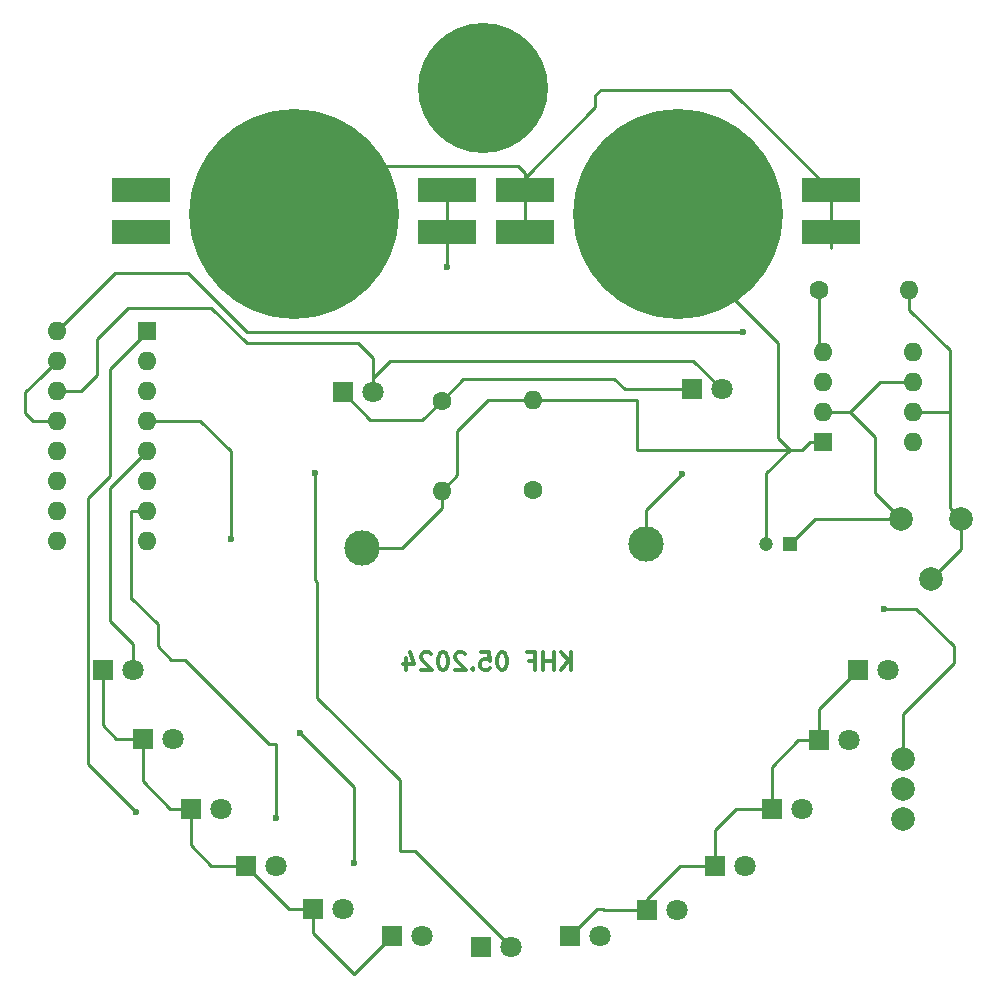
<source format=gbr>
%TF.GenerationSoftware,KiCad,Pcbnew,8.0.1*%
%TF.CreationDate,2024-05-08T14:34:23+02:00*%
%TF.ProjectId,Smiley,536d696c-6579-42e6-9b69-6361645f7063,rev?*%
%TF.SameCoordinates,Original*%
%TF.FileFunction,Copper,L2,Bot*%
%TF.FilePolarity,Positive*%
%FSLAX46Y46*%
G04 Gerber Fmt 4.6, Leading zero omitted, Abs format (unit mm)*
G04 Created by KiCad (PCBNEW 8.0.1) date 2024-05-08 14:34:23*
%MOMM*%
%LPD*%
G01*
G04 APERTURE LIST*
%ADD10C,0.300000*%
%TA.AperFunction,NonConductor*%
%ADD11C,0.300000*%
%TD*%
%TA.AperFunction,ComponentPad*%
%ADD12R,1.800000X1.800000*%
%TD*%
%TA.AperFunction,ComponentPad*%
%ADD13C,1.800000*%
%TD*%
%TA.AperFunction,SMDPad,CuDef*%
%ADD14C,3.000000*%
%TD*%
%TA.AperFunction,ComponentPad*%
%ADD15R,1.200000X1.200000*%
%TD*%
%TA.AperFunction,ComponentPad*%
%ADD16C,1.200000*%
%TD*%
%TA.AperFunction,ComponentPad*%
%ADD17C,1.600000*%
%TD*%
%TA.AperFunction,ComponentPad*%
%ADD18O,1.600000X1.600000*%
%TD*%
%TA.AperFunction,ComponentPad*%
%ADD19C,2.000000*%
%TD*%
%TA.AperFunction,ComponentPad*%
%ADD20R,1.600000X1.600000*%
%TD*%
%TA.AperFunction,SMDPad,CuDef*%
%ADD21C,11.000000*%
%TD*%
%TA.AperFunction,SMDPad,CuDef*%
%ADD22R,5.000000X2.000000*%
%TD*%
%TA.AperFunction,SMDPad,CuDef*%
%ADD23C,17.780000*%
%TD*%
%TA.AperFunction,ViaPad*%
%ADD24C,0.600000*%
%TD*%
%TA.AperFunction,Conductor*%
%ADD25C,0.250000*%
%TD*%
G04 APERTURE END LIST*
D10*
D11*
X164490489Y-98654828D02*
X164490489Y-97154828D01*
X163633346Y-98654828D02*
X164276203Y-97797685D01*
X163633346Y-97154828D02*
X164490489Y-98011971D01*
X162990489Y-98654828D02*
X162990489Y-97154828D01*
X162990489Y-97869114D02*
X162133346Y-97869114D01*
X162133346Y-98654828D02*
X162133346Y-97154828D01*
X160919060Y-97869114D02*
X161419060Y-97869114D01*
X161419060Y-98654828D02*
X161419060Y-97154828D01*
X161419060Y-97154828D02*
X160704774Y-97154828D01*
X158704774Y-97154828D02*
X158561917Y-97154828D01*
X158561917Y-97154828D02*
X158419060Y-97226257D01*
X158419060Y-97226257D02*
X158347632Y-97297685D01*
X158347632Y-97297685D02*
X158276203Y-97440542D01*
X158276203Y-97440542D02*
X158204774Y-97726257D01*
X158204774Y-97726257D02*
X158204774Y-98083400D01*
X158204774Y-98083400D02*
X158276203Y-98369114D01*
X158276203Y-98369114D02*
X158347632Y-98511971D01*
X158347632Y-98511971D02*
X158419060Y-98583400D01*
X158419060Y-98583400D02*
X158561917Y-98654828D01*
X158561917Y-98654828D02*
X158704774Y-98654828D01*
X158704774Y-98654828D02*
X158847632Y-98583400D01*
X158847632Y-98583400D02*
X158919060Y-98511971D01*
X158919060Y-98511971D02*
X158990489Y-98369114D01*
X158990489Y-98369114D02*
X159061917Y-98083400D01*
X159061917Y-98083400D02*
X159061917Y-97726257D01*
X159061917Y-97726257D02*
X158990489Y-97440542D01*
X158990489Y-97440542D02*
X158919060Y-97297685D01*
X158919060Y-97297685D02*
X158847632Y-97226257D01*
X158847632Y-97226257D02*
X158704774Y-97154828D01*
X156847632Y-97154828D02*
X157561918Y-97154828D01*
X157561918Y-97154828D02*
X157633346Y-97869114D01*
X157633346Y-97869114D02*
X157561918Y-97797685D01*
X157561918Y-97797685D02*
X157419061Y-97726257D01*
X157419061Y-97726257D02*
X157061918Y-97726257D01*
X157061918Y-97726257D02*
X156919061Y-97797685D01*
X156919061Y-97797685D02*
X156847632Y-97869114D01*
X156847632Y-97869114D02*
X156776203Y-98011971D01*
X156776203Y-98011971D02*
X156776203Y-98369114D01*
X156776203Y-98369114D02*
X156847632Y-98511971D01*
X156847632Y-98511971D02*
X156919061Y-98583400D01*
X156919061Y-98583400D02*
X157061918Y-98654828D01*
X157061918Y-98654828D02*
X157419061Y-98654828D01*
X157419061Y-98654828D02*
X157561918Y-98583400D01*
X157561918Y-98583400D02*
X157633346Y-98511971D01*
X156133347Y-98511971D02*
X156061918Y-98583400D01*
X156061918Y-98583400D02*
X156133347Y-98654828D01*
X156133347Y-98654828D02*
X156204775Y-98583400D01*
X156204775Y-98583400D02*
X156133347Y-98511971D01*
X156133347Y-98511971D02*
X156133347Y-98654828D01*
X155490489Y-97297685D02*
X155419061Y-97226257D01*
X155419061Y-97226257D02*
X155276204Y-97154828D01*
X155276204Y-97154828D02*
X154919061Y-97154828D01*
X154919061Y-97154828D02*
X154776204Y-97226257D01*
X154776204Y-97226257D02*
X154704775Y-97297685D01*
X154704775Y-97297685D02*
X154633346Y-97440542D01*
X154633346Y-97440542D02*
X154633346Y-97583400D01*
X154633346Y-97583400D02*
X154704775Y-97797685D01*
X154704775Y-97797685D02*
X155561918Y-98654828D01*
X155561918Y-98654828D02*
X154633346Y-98654828D01*
X153704775Y-97154828D02*
X153561918Y-97154828D01*
X153561918Y-97154828D02*
X153419061Y-97226257D01*
X153419061Y-97226257D02*
X153347633Y-97297685D01*
X153347633Y-97297685D02*
X153276204Y-97440542D01*
X153276204Y-97440542D02*
X153204775Y-97726257D01*
X153204775Y-97726257D02*
X153204775Y-98083400D01*
X153204775Y-98083400D02*
X153276204Y-98369114D01*
X153276204Y-98369114D02*
X153347633Y-98511971D01*
X153347633Y-98511971D02*
X153419061Y-98583400D01*
X153419061Y-98583400D02*
X153561918Y-98654828D01*
X153561918Y-98654828D02*
X153704775Y-98654828D01*
X153704775Y-98654828D02*
X153847633Y-98583400D01*
X153847633Y-98583400D02*
X153919061Y-98511971D01*
X153919061Y-98511971D02*
X153990490Y-98369114D01*
X153990490Y-98369114D02*
X154061918Y-98083400D01*
X154061918Y-98083400D02*
X154061918Y-97726257D01*
X154061918Y-97726257D02*
X153990490Y-97440542D01*
X153990490Y-97440542D02*
X153919061Y-97297685D01*
X153919061Y-97297685D02*
X153847633Y-97226257D01*
X153847633Y-97226257D02*
X153704775Y-97154828D01*
X152633347Y-97297685D02*
X152561919Y-97226257D01*
X152561919Y-97226257D02*
X152419062Y-97154828D01*
X152419062Y-97154828D02*
X152061919Y-97154828D01*
X152061919Y-97154828D02*
X151919062Y-97226257D01*
X151919062Y-97226257D02*
X151847633Y-97297685D01*
X151847633Y-97297685D02*
X151776204Y-97440542D01*
X151776204Y-97440542D02*
X151776204Y-97583400D01*
X151776204Y-97583400D02*
X151847633Y-97797685D01*
X151847633Y-97797685D02*
X152704776Y-98654828D01*
X152704776Y-98654828D02*
X151776204Y-98654828D01*
X150490491Y-97654828D02*
X150490491Y-98654828D01*
X150847633Y-97083400D02*
X151204776Y-98154828D01*
X151204776Y-98154828D02*
X150276205Y-98154828D01*
D12*
%TO.P,D1,1*%
%TO.N,Net-(D2-Pad1)*%
X156858600Y-122139100D03*
D13*
%TO.P,D1,2*%
%TO.N,Net-(D1-Pad2)*%
X159398600Y-122139100D03*
%TD*%
D12*
%TO.P,D2,1*%
%TO.N,Net-(D2-Pad1)*%
X164348600Y-121189100D03*
D13*
%TO.P,D2,2*%
%TO.N,Net-(D2-Pad2)*%
X166888600Y-121189100D03*
%TD*%
D12*
%TO.P,D3,1*%
%TO.N,Net-(D2-Pad1)*%
X170938600Y-118929100D03*
D13*
%TO.P,D3,2*%
%TO.N,Net-(D3-Pad2)*%
X173478600Y-118929100D03*
%TD*%
D12*
%TO.P,D4,1*%
%TO.N,Net-(D2-Pad1)*%
X176668600Y-115279100D03*
D13*
%TO.P,D4,2*%
%TO.N,Net-(D4-Pad2)*%
X179208600Y-115279100D03*
%TD*%
D12*
%TO.P,D5,1*%
%TO.N,Net-(D2-Pad1)*%
X181448600Y-110399100D03*
D13*
%TO.P,D5,2*%
%TO.N,Net-(D5-Pad2)*%
X183988600Y-110399100D03*
%TD*%
D12*
%TO.P,D6,1*%
%TO.N,Net-(D2-Pad1)*%
X185476600Y-104592100D03*
D13*
%TO.P,D6,2*%
%TO.N,Net-(D6-Pad2)*%
X188016600Y-104592100D03*
%TD*%
D12*
%TO.P,D7,1*%
%TO.N,Net-(D2-Pad1)*%
X188758600Y-98623100D03*
D13*
%TO.P,D7,2*%
%TO.N,Net-(D7-Pad2)*%
X191298600Y-98623100D03*
%TD*%
D12*
%TO.P,D8,1*%
%TO.N,Net-(D8-Pad1)*%
X174681600Y-74874100D03*
D13*
%TO.P,D8,2*%
%TO.N,Net-(U2-Pad3)*%
X177221600Y-74874100D03*
%TD*%
D12*
%TO.P,D22,1*%
%TO.N,Net-(D2-Pad1)*%
X149278600Y-121189100D03*
D13*
%TO.P,D22,2*%
%TO.N,Net-(D2-Pad2)*%
X151818600Y-121189100D03*
%TD*%
D12*
%TO.P,D33,1*%
%TO.N,Net-(D2-Pad1)*%
X142638600Y-118889100D03*
D13*
%TO.P,D33,2*%
%TO.N,Net-(D3-Pad2)*%
X145178600Y-118889100D03*
%TD*%
D12*
%TO.P,D44,1*%
%TO.N,Net-(D2-Pad1)*%
X136948600Y-115229100D03*
D13*
%TO.P,D44,2*%
%TO.N,Net-(D4-Pad2)*%
X139488600Y-115229100D03*
%TD*%
D12*
%TO.P,D55,1*%
%TO.N,Net-(D2-Pad1)*%
X132258600Y-110399100D03*
D13*
%TO.P,D55,2*%
%TO.N,Net-(D5-Pad2)*%
X134798600Y-110399100D03*
%TD*%
D12*
%TO.P,D66,1*%
%TO.N,Net-(D2-Pad1)*%
X128198600Y-104489100D03*
D13*
%TO.P,D66,2*%
%TO.N,Net-(D6-Pad2)*%
X130738600Y-104489100D03*
%TD*%
D12*
%TO.P,D77,1*%
%TO.N,Net-(D2-Pad1)*%
X124808600Y-98669100D03*
D13*
%TO.P,D77,2*%
%TO.N,Net-(D7-Pad2)*%
X127348600Y-98669100D03*
%TD*%
D12*
%TO.P,D88,1*%
%TO.N,Net-(D8-Pad1)*%
X145148600Y-75139100D03*
D13*
%TO.P,D88,2*%
%TO.N,Net-(U2-Pad3)*%
X147688600Y-75139100D03*
%TD*%
D14*
%TO.P,,1*%
%TO.N,Net-(C1-Pad2)*%
X146800000Y-88300000D03*
%TD*%
D15*
%TO.P,C1,1*%
%TO.N,Net-(C1-Pad1)*%
X183000000Y-88000000D03*
D16*
%TO.P,C1,2*%
%TO.N,Net-(C1-Pad2)*%
X181000000Y-88000000D03*
%TD*%
D17*
%TO.P,R1,1*%
%TO.N,Net-(C3-Pad1)*%
X185500000Y-66500000D03*
D18*
%TO.P,R1,2*%
%TO.N,Net-(P1-Pad1)*%
X193120000Y-66500000D03*
%TD*%
D17*
%TO.P,Ra,1*%
%TO.N,Net-(D8-Pad1)*%
X153508600Y-75859100D03*
D18*
%TO.P,Ra,2*%
%TO.N,Net-(C1-Pad2)*%
X153508600Y-83479100D03*
%TD*%
D17*
%TO.P,Rm,1*%
%TO.N,Net-(D2-Pad1)*%
X161219600Y-83446600D03*
D18*
%TO.P,Rm,2*%
%TO.N,Net-(C1-Pad2)*%
X161219600Y-75826600D03*
%TD*%
D19*
%TO.P,S1,1*%
%TO.N,Net-(S1-Pad1)*%
X192588600Y-111299100D03*
%TO.P,S1,2*%
%TO.N,Net-(C3-Pad1)*%
X192588600Y-108759100D03*
%TO.P,S1,3*%
%TO.N,Net-(S1-Pad3)*%
X192588600Y-106219100D03*
%TD*%
D20*
%TO.P,NE555,1*%
%TO.N,Net-(C1-Pad2)*%
X185813700Y-79298800D03*
D18*
%TO.P,NE555,2*%
%TO.N,Net-(C1-Pad1)*%
X185813700Y-76758800D03*
%TO.P,NE555,3*%
%TO.N,Net-(U2-Pad3)*%
X185813700Y-74218800D03*
%TO.P,NE555,4*%
%TO.N,Net-(C3-Pad1)*%
X185813700Y-71678800D03*
%TO.P,NE555,5*%
%TO.N,Net-(C2-Pad1)*%
X193433700Y-71678800D03*
%TO.P,NE555,6*%
%TO.N,Net-(C1-Pad1)*%
X193433700Y-74218800D03*
%TO.P,NE555,7*%
%TO.N,Net-(P1-Pad1)*%
X193433700Y-76758800D03*
%TO.P,NE555,8*%
%TO.N,Net-(C3-Pad1)*%
X193433700Y-79298800D03*
%TD*%
D20*
%TO.P,CD4017,1*%
%TO.N,Net-(D6-Pad2)*%
X128580600Y-69921100D03*
D18*
%TO.P,CD4017,2*%
%TO.N,Net-(D2-Pad2)*%
X128580600Y-72461100D03*
%TO.P,CD4017,3*%
%TO.N,Net-(D1-Pad2)*%
X128580600Y-75001100D03*
%TO.P,CD4017,4*%
%TO.N,Net-(D3-Pad2)*%
X128580600Y-77541100D03*
%TO.P,CD4017,5*%
%TO.N,Net-(D7-Pad2)*%
X128580600Y-80081100D03*
%TO.P,CD4017,6*%
%TO.N,Net-(U3-Pad6)*%
X128580600Y-82621100D03*
%TO.P,CD4017,7*%
%TO.N,Net-(D4-Pad2)*%
X128580600Y-85161100D03*
%TO.P,CD4017,8*%
%TO.N,Net-(C1-Pad2)*%
X128580600Y-87701100D03*
%TO.P,CD4017,9*%
%TO.N,Net-(U3-Pad9)*%
X120960600Y-87701100D03*
%TO.P,CD4017,10*%
%TO.N,Net-(D5-Pad2)*%
X120960600Y-85161100D03*
%TO.P,CD4017,11*%
%TO.N,Net-(U3-Pad11)*%
X120960600Y-82621100D03*
%TO.P,CD4017,12*%
%TO.N,Net-(U3-Pad12)*%
X120960600Y-80081100D03*
%TO.P,CD4017,13*%
%TO.N,Net-(C1-Pad2)*%
X120960600Y-77541100D03*
%TO.P,CD4017,14*%
%TO.N,Net-(U2-Pad3)*%
X120960600Y-75001100D03*
%TO.P,CD4017,15*%
%TO.N,Net-(C1-Pad2)*%
X120960600Y-72461100D03*
%TO.P,CD4017,16*%
%TO.N,Net-(C3-Pad1)*%
X120960600Y-69921100D03*
%TD*%
D21*
%TO.P,LP,1*%
%TO.N,N/C*%
X157000000Y-49379100D03*
%TD*%
D19*
%TO.P,REF\u002A\u002A,1*%
%TO.N,Net-(P1-Pad1)*%
X197497700Y-85864700D03*
%TO.P,REF\u002A\u002A,2*%
%TO.N,Net-(C1-Pad1)*%
X192417700Y-85864700D03*
%TO.P,REF\u002A\u002A,3*%
%TO.N,Net-(P1-Pad1)*%
X194957700Y-90944700D03*
%TD*%
D22*
%TO.P,BAT-HLD-002,1*%
%TO.N,N/C*%
X128046000Y-57968000D03*
X128046000Y-61524000D03*
%TO.N,Net-(S1-Pad3)*%
X153940000Y-57968000D03*
X153940000Y-61524000D03*
D23*
%TO.P,BAT-HLD-002,2*%
%TO.N,Net-(C1-Pad1)*%
X141000000Y-60000000D03*
%TD*%
D22*
%TO.P,BAT-HLD-002,1*%
%TO.N,Net-(C1-Pad1)*%
X160546000Y-57968000D03*
X160546000Y-61524000D03*
X186440000Y-57968000D03*
X186440000Y-61524000D03*
D23*
%TO.P,BAT-HLD-002,2*%
%TO.N,Net-(C1-Pad2)*%
X173500000Y-60000000D03*
%TD*%
D14*
%TO.P,Q,1*%
%TO.N,Net-(U2-Pad3)*%
X170850000Y-87950000D03*
%TD*%
D24*
%TO.N,Net-(C3-Pad1)*%
X179000000Y-70000000D03*
%TO.N,Net-(D1-Pad2)*%
X142790000Y-81970000D03*
%TO.N,Net-(D3-Pad2)*%
X135690000Y-87550000D03*
X146120000Y-115010000D03*
X141520000Y-103960000D03*
%TO.N,Net-(D4-Pad2)*%
X139530000Y-111170000D03*
%TO.N,Net-(D6-Pad2)*%
X127608600Y-110649100D03*
%TO.N,Net-(S1-Pad3)*%
X190950000Y-93440000D03*
X154000000Y-64500000D03*
%TO.N,Net-(U2-Pad3)*%
X173900000Y-82050000D03*
%TD*%
D25*
%TO.N,Net-(C1-Pad1)*%
X192417700Y-85864700D02*
X185135300Y-85864700D01*
X190246000Y-83693000D02*
X190246000Y-78879700D01*
X186440000Y-57968000D02*
X177972000Y-49500000D01*
X145000000Y-56000000D02*
X160000000Y-56000000D01*
X160546000Y-56546000D02*
X160546000Y-57968000D01*
X192417700Y-85864700D02*
X190246000Y-83693000D01*
X185813700Y-76758800D02*
X187096400Y-76758800D01*
X191000000Y-74218800D02*
X193433700Y-74218800D01*
X190246000Y-78879700D02*
X188125100Y-76758800D01*
X188125100Y-76758800D02*
X190665100Y-74218800D01*
X166500000Y-50000000D02*
X166500000Y-51000000D01*
X166500000Y-51000000D02*
X160546000Y-56954000D01*
X187096400Y-76758800D02*
X188125100Y-76758800D01*
X167000000Y-49500000D02*
X166500000Y-50000000D01*
X185135300Y-85864700D02*
X183000000Y-88000000D01*
X186440000Y-61524000D02*
X186440000Y-62940000D01*
X160546000Y-56954000D02*
X160546000Y-57968000D01*
X160546000Y-57968000D02*
X160546000Y-61524000D01*
X186440000Y-57968000D02*
X186440000Y-61524000D01*
X177972000Y-49500000D02*
X167000000Y-49500000D01*
X160000000Y-56000000D02*
X160546000Y-56546000D01*
X141000000Y-60000000D02*
X145000000Y-56000000D01*
X190665100Y-74218800D02*
X191000000Y-74218800D01*
%TO.N,Net-(C1-Pad2)*%
X170056600Y-75826600D02*
X170056600Y-80000000D01*
X118258600Y-75109100D02*
X118258600Y-76849100D01*
X157409600Y-75826600D02*
X161219600Y-75826600D01*
X154848600Y-82139100D02*
X153508600Y-83479100D01*
X173500000Y-62500000D02*
X182000000Y-71000000D01*
X181000000Y-88000000D02*
X181000000Y-82000000D01*
X118258600Y-76849100D02*
X118950600Y-77541100D01*
X150150000Y-88300000D02*
X153508600Y-84941400D01*
X154848600Y-78387600D02*
X154848600Y-82139100D01*
X119638600Y-73729100D02*
X118258600Y-75109100D01*
X170056600Y-80000000D02*
X183000000Y-80000000D01*
X157409600Y-75826600D02*
X154848600Y-78387600D01*
X118950600Y-77541100D02*
X120960600Y-77541100D01*
X183000000Y-80000000D02*
X184000000Y-80000000D01*
X184701200Y-79298800D02*
X185813700Y-79298800D01*
X184000000Y-80000000D02*
X184701200Y-79298800D01*
X181000000Y-82000000D02*
X183000000Y-80000000D01*
X173500000Y-60000000D02*
X173500000Y-62500000D01*
X182000000Y-79000000D02*
X183000000Y-80000000D01*
X161219600Y-75826600D02*
X170056600Y-75826600D01*
X153508600Y-84941400D02*
X153508600Y-83479100D01*
X120960600Y-72461100D02*
X119692600Y-73729100D01*
X119692600Y-73729100D02*
X119638600Y-73729100D01*
X146800000Y-88300000D02*
X150150000Y-88300000D01*
X182000000Y-71000000D02*
X182000000Y-79000000D01*
%TO.N,Net-(C3-Pad1)*%
X120960600Y-69921100D02*
X125881700Y-65000000D01*
X125881700Y-65000000D02*
X126000000Y-65000000D01*
X185500000Y-66500000D02*
X185500000Y-71365100D01*
X126000000Y-65000000D02*
X132000000Y-65000000D01*
X132000000Y-65000000D02*
X137000000Y-70000000D01*
X185500000Y-71365100D02*
X185813700Y-71678800D01*
X137000000Y-70000000D02*
X179000000Y-70000000D01*
%TO.N,Net-(D1-Pad2)*%
X150000000Y-108000000D02*
X143000000Y-101000000D01*
X142810000Y-81990000D02*
X142790000Y-81970000D01*
X150000000Y-114000000D02*
X150000000Y-108000000D01*
X159398600Y-122139100D02*
X151259500Y-114000000D01*
X143000000Y-101000000D02*
X143000000Y-91210000D01*
X142790000Y-81970000D02*
X142790000Y-91000000D01*
X151259500Y-114000000D02*
X150000000Y-114000000D01*
X143000000Y-91210000D02*
X142790000Y-91000000D01*
%TO.N,Net-(D2-Pad1)*%
X176668600Y-115279100D02*
X173668600Y-115279100D01*
X181448600Y-110399100D02*
X178468600Y-110399100D01*
X128198600Y-104489100D02*
X125978600Y-104489100D01*
X167198600Y-118889100D02*
X166648600Y-118889100D01*
X146108600Y-124359100D02*
X149278600Y-121189100D01*
X128198600Y-108059100D02*
X128198600Y-104489100D01*
X170938600Y-118009100D02*
X170938600Y-118929100D01*
X124808600Y-103319100D02*
X124808600Y-98669100D01*
X188758600Y-98623100D02*
X188758600Y-98679100D01*
X183705600Y-104592100D02*
X181448600Y-106849100D01*
X136948600Y-115229100D02*
X134028600Y-115229100D01*
X132258600Y-113459100D02*
X132258600Y-110399100D01*
X142638600Y-120889100D02*
X146108600Y-124359100D01*
X185476600Y-101961100D02*
X185476600Y-104592100D01*
X125978600Y-104489100D02*
X124808600Y-103319100D01*
X178468600Y-110399100D02*
X176668600Y-112199100D01*
X167238600Y-118929100D02*
X167198600Y-118889100D01*
X142638600Y-118889100D02*
X140608600Y-118889100D01*
X140608600Y-118889100D02*
X136948600Y-115229100D01*
X134028600Y-115229100D02*
X132258600Y-113459100D01*
X185476600Y-104592100D02*
X183705600Y-104592100D01*
X181448600Y-106849100D02*
X181448600Y-110399100D01*
X166648600Y-118889100D02*
X164348600Y-121189100D01*
X130538600Y-110399100D02*
X128198600Y-108059100D01*
X170938600Y-118929100D02*
X167238600Y-118929100D01*
X176668600Y-112199100D02*
X176668600Y-115279100D01*
X188758600Y-98679100D02*
X185476600Y-101961100D01*
X132258600Y-110399100D02*
X130538600Y-110399100D01*
X142638600Y-118889100D02*
X142638600Y-120889100D01*
X173668600Y-115279100D02*
X170938600Y-118009100D01*
%TO.N,Net-(D3-Pad2)*%
X146120000Y-115010000D02*
X146120000Y-108560000D01*
X135690000Y-80132200D02*
X133098900Y-77541100D01*
X135690000Y-87550000D02*
X135690000Y-80132200D01*
X133098900Y-77541100D02*
X128580600Y-77541100D01*
X146120000Y-108560000D02*
X141520000Y-103960000D01*
%TO.N,Net-(D4-Pad2)*%
X129470000Y-96640000D02*
X129470000Y-94756800D01*
X130640000Y-97810000D02*
X129470000Y-96640000D01*
X131790000Y-97810000D02*
X130640000Y-97810000D01*
X128580600Y-85161100D02*
X127236600Y-85161100D01*
X127236600Y-92523400D02*
X127236600Y-92656600D01*
X139530000Y-104950000D02*
X139530000Y-111170000D01*
X139530000Y-104950000D02*
X138930000Y-104950000D01*
X129470000Y-94756800D02*
X127236600Y-92523400D01*
X127236600Y-85161100D02*
X127236600Y-92523400D01*
X138930000Y-104950000D02*
X131790000Y-97810000D01*
%TO.N,Net-(D6-Pad2)*%
X123583599Y-106624099D02*
X127608600Y-110649100D01*
X128126600Y-70487510D02*
X125438600Y-73175510D01*
X125438600Y-82239100D02*
X123583599Y-84094101D01*
X125438600Y-73175510D02*
X125438600Y-82239100D01*
X128580600Y-69921100D02*
X128126600Y-69921100D01*
X123583599Y-84094101D02*
X123583599Y-106624099D01*
X128126600Y-69921100D02*
X128126600Y-70487510D01*
%TO.N,Net-(D7-Pad2)*%
X128580600Y-80081100D02*
X125418600Y-83243100D01*
X125418600Y-83243100D02*
X125418600Y-94529100D01*
X125418600Y-94529100D02*
X127348600Y-96459100D01*
X127348600Y-96459100D02*
X127348600Y-98669100D01*
%TO.N,Net-(D8-Pad1)*%
X174681600Y-74874100D02*
X169013600Y-74874100D01*
X169013600Y-74874100D02*
X168148600Y-74009100D01*
X148428600Y-77479100D02*
X147488600Y-77479100D01*
X168148600Y-74009100D02*
X155358600Y-74009100D01*
X147488600Y-77479100D02*
X145148600Y-75139100D01*
X153508600Y-75859100D02*
X151888600Y-77479100D01*
X151888600Y-77479100D02*
X148428600Y-77479100D01*
X148428600Y-77479100D02*
X148038600Y-77479100D01*
X155358600Y-74009100D02*
X153508600Y-75859100D01*
%TO.N,Net-(S1-Pad3)*%
X192588600Y-106219100D02*
X192588600Y-102331400D01*
X154000000Y-64000000D02*
X153940000Y-63940000D01*
X196880000Y-96630000D02*
X193690000Y-93440000D01*
X153940000Y-63940000D02*
X153940000Y-61524000D01*
X154000000Y-64500000D02*
X154000000Y-64000000D01*
X193690000Y-93440000D02*
X190950000Y-93440000D01*
X153940000Y-61524000D02*
X153940000Y-57968000D01*
X196880000Y-98040000D02*
X196880000Y-96630000D01*
X192588600Y-102331400D02*
X196880000Y-98040000D01*
%TO.N,Net-(U2-Pad3)*%
X174816600Y-72469100D02*
X151428600Y-72469100D01*
X147688600Y-75139100D02*
X147688600Y-72264300D01*
X124338600Y-70629100D02*
X124370900Y-70629100D01*
X170850000Y-85100000D02*
X170850000Y-87950000D01*
X134000000Y-68000000D02*
X137000000Y-71000000D01*
X137000000Y-71000000D02*
X146424300Y-71000000D01*
X149158600Y-72469100D02*
X147688600Y-73939100D01*
X127000000Y-68000000D02*
X134000000Y-68000000D01*
X124370900Y-70629100D02*
X127000000Y-68000000D01*
X124338600Y-70629100D02*
X124338600Y-73639100D01*
X124338600Y-73639100D02*
X122976600Y-75001100D01*
X151428600Y-72469100D02*
X149158600Y-72469100D01*
X177221600Y-74874100D02*
X174816600Y-72469100D01*
X173900000Y-82050000D02*
X170850000Y-85100000D01*
X146424300Y-71000000D02*
X147688600Y-72264300D01*
X122976600Y-75001100D02*
X120960600Y-75001100D01*
X151428600Y-72469100D02*
X150678600Y-72469100D01*
X147688600Y-73939100D02*
X147688600Y-75139100D01*
%TO.N,Net-(P1-Pad1)*%
X196537600Y-78938100D02*
X196537600Y-76840100D01*
X197497700Y-85864700D02*
X197497700Y-88404700D01*
X196537600Y-78938100D02*
X196537600Y-84904600D01*
X196456300Y-76758800D02*
X196537600Y-76840100D01*
X193433700Y-76758800D02*
X196456300Y-76758800D01*
X197497700Y-88404700D02*
X194957700Y-90944700D01*
X196537600Y-84904600D02*
X197497700Y-85864700D01*
X196537600Y-76840100D02*
X196537600Y-71584100D01*
X196537600Y-71584100D02*
X193120000Y-68166500D01*
X193120000Y-68166500D02*
X193120000Y-66500000D01*
%TD*%
M02*

</source>
